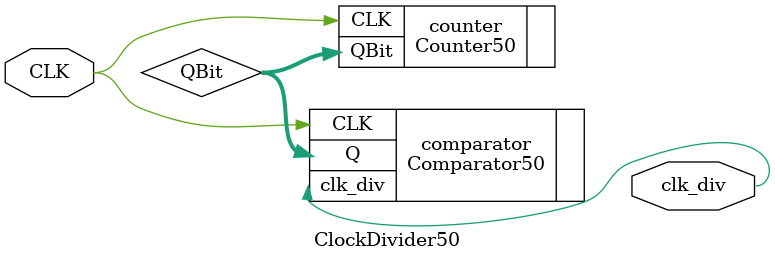
<source format=v>
`timescale 1ns / 1ps


module ClockDivider50(
    input CLK,
    output clk_div
    );
wire [5:0] QBit;

// Counts to 50
Counter50 counter(
    .CLK(CLK),
    .QBit( {QBit[5], QBit[4], QBit[3], QBit[2], QBit[1], QBit[0]} )
);

// Checks to see if 50 is reached and sends out clk_div output based on the current count
Comparator50 comparator(
    .Q( {QBit[5], QBit[4], QBit[3], QBit[2], QBit[1], QBit[0]} ),
    .CLK(CLK),
    .clk_div (clk_div)
);

endmodule
</source>
